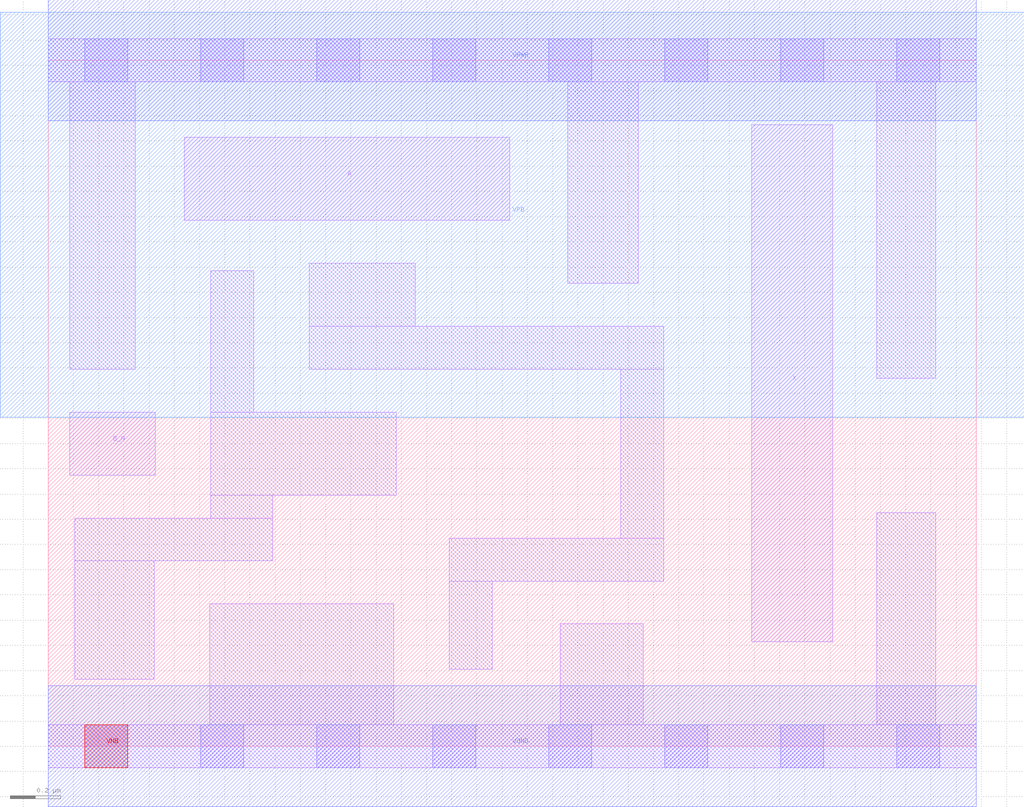
<source format=lef>
# Copyright 2020 The SkyWater PDK Authors
#
# Licensed under the Apache License, Version 2.0 (the "License");
# you may not use this file except in compliance with the License.
# You may obtain a copy of the License at
#
#     https://www.apache.org/licenses/LICENSE-2.0
#
# Unless required by applicable law or agreed to in writing, software
# distributed under the License is distributed on an "AS IS" BASIS,
# WITHOUT WARRANTIES OR CONDITIONS OF ANY KIND, either express or implied.
# See the License for the specific language governing permissions and
# limitations under the License.
#
# SPDX-License-Identifier: Apache-2.0

VERSION 5.7 ;
  NOWIREEXTENSIONATPIN ON ;
  DIVIDERCHAR "/" ;
  BUSBITCHARS "[]" ;
PROPERTYDEFINITIONS
  MACRO maskLayoutSubType STRING ;
  MACRO prCellType STRING ;
  MACRO originalViewName STRING ;
END PROPERTYDEFINITIONS
MACRO sky130_fd_sc_hdll__or2b_2
  CLASS CORE ;
  FOREIGN sky130_fd_sc_hdll__or2b_2 ;
  ORIGIN  0.000000  0.000000 ;
  SIZE  3.680000 BY  2.720000 ;
  SYMMETRY X Y R90 ;
  SITE unithd ;
  PIN A
    ANTENNAGATEAREA  0.138600 ;
    DIRECTION INPUT ;
    USE SIGNAL ;
    PORT
      LAYER li1 ;
        RECT 0.540000 2.085000 1.830000 2.415000 ;
    END
  END A
  PIN B_N
    ANTENNAGATEAREA  0.138600 ;
    DIRECTION INPUT ;
    USE SIGNAL ;
    PORT
      LAYER li1 ;
        RECT 0.085000 1.075000 0.425000 1.325000 ;
    END
  END B_N
  PIN VGND
    ANTENNADIFFAREA  0.776400 ;
    DIRECTION INOUT ;
    USE SIGNAL ;
    PORT
      LAYER met1 ;
        RECT 0.000000 -0.240000 3.680000 0.240000 ;
    END
  END VGND
  PIN VNB
    PORT
      LAYER pwell ;
        RECT 0.145000 -0.085000 0.315000 0.085000 ;
    END
  END VNB
  PIN VPB
    PORT
      LAYER nwell ;
        RECT -0.190000 1.305000 3.870000 2.910000 ;
    END
  END VPB
  PIN VPWR
    ANTENNADIFFAREA  0.719100 ;
    DIRECTION INOUT ;
    USE SIGNAL ;
    PORT
      LAYER met1 ;
        RECT 0.000000 2.480000 3.680000 2.960000 ;
    END
  END VPWR
  PIN X
    ANTENNADIFFAREA  0.811500 ;
    DIRECTION OUTPUT ;
    USE SIGNAL ;
    PORT
      LAYER li1 ;
        RECT 2.790000 0.415000 3.110000 2.465000 ;
    END
  END X
  OBS
    LAYER li1 ;
      RECT 0.000000 -0.085000 3.680000 0.085000 ;
      RECT 0.000000  2.635000 3.680000 2.805000 ;
      RECT 0.085000  1.495000 0.345000 2.635000 ;
      RECT 0.105000  0.265000 0.420000 0.735000 ;
      RECT 0.105000  0.735000 0.890000 0.905000 ;
      RECT 0.640000  0.085000 1.370000 0.565000 ;
      RECT 0.645000  0.905000 0.890000 0.995000 ;
      RECT 0.645000  0.995000 1.380000 1.325000 ;
      RECT 0.645000  1.325000 0.815000 1.885000 ;
      RECT 1.035000  1.495000 2.440000 1.665000 ;
      RECT 1.035000  1.665000 1.455000 1.915000 ;
      RECT 1.590000  0.305000 1.760000 0.655000 ;
      RECT 1.590000  0.655000 2.440000 0.825000 ;
      RECT 2.030000  0.085000 2.360000 0.485000 ;
      RECT 2.060000  1.835000 2.340000 2.635000 ;
      RECT 2.270000  0.825000 2.440000 1.495000 ;
      RECT 3.285000  0.085000 3.520000 0.925000 ;
      RECT 3.285000  1.460000 3.520000 2.635000 ;
    LAYER mcon ;
      RECT 0.145000 -0.085000 0.315000 0.085000 ;
      RECT 0.145000  2.635000 0.315000 2.805000 ;
      RECT 0.605000 -0.085000 0.775000 0.085000 ;
      RECT 0.605000  2.635000 0.775000 2.805000 ;
      RECT 1.065000 -0.085000 1.235000 0.085000 ;
      RECT 1.065000  2.635000 1.235000 2.805000 ;
      RECT 1.525000 -0.085000 1.695000 0.085000 ;
      RECT 1.525000  2.635000 1.695000 2.805000 ;
      RECT 1.985000 -0.085000 2.155000 0.085000 ;
      RECT 1.985000  2.635000 2.155000 2.805000 ;
      RECT 2.445000 -0.085000 2.615000 0.085000 ;
      RECT 2.445000  2.635000 2.615000 2.805000 ;
      RECT 2.905000 -0.085000 3.075000 0.085000 ;
      RECT 2.905000  2.635000 3.075000 2.805000 ;
      RECT 3.365000 -0.085000 3.535000 0.085000 ;
      RECT 3.365000  2.635000 3.535000 2.805000 ;
  END
  PROPERTY maskLayoutSubType "abstract" ;
  PROPERTY prCellType "standard" ;
  PROPERTY originalViewName "layout" ;
END sky130_fd_sc_hdll__or2b_2
END LIBRARY

</source>
